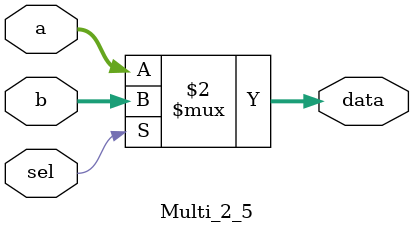
<source format=v>
module Multi_2_5(
	input [4:0]a,
	input [4:0]b,
	input sel,
	output [4:0]data
);

	assign data = (sel==1'b1) ? b : a;

endmodule
</source>
